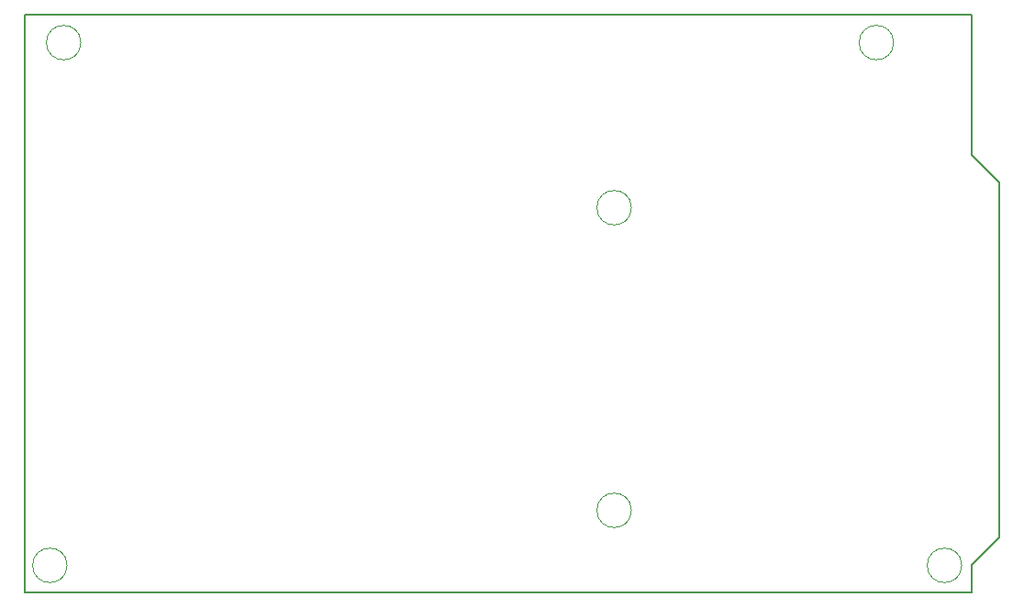
<source format=gbr>
%TF.GenerationSoftware,KiCad,Pcbnew,8.0.1*%
%TF.CreationDate,2024-10-08T14:43:00+09:00*%
%TF.ProjectId,CoolingBoxWireOrganizer,436f6f6c-696e-4674-926f-78576972654f,rev?*%
%TF.SameCoordinates,Original*%
%TF.FileFunction,Profile,NP*%
%FSLAX46Y46*%
G04 Gerber Fmt 4.6, Leading zero omitted, Abs format (unit mm)*
G04 Created by KiCad (PCBNEW 8.0.1) date 2024-10-08 14:43:00*
%MOMM*%
%LPD*%
G01*
G04 APERTURE LIST*
%TA.AperFunction,Profile*%
%ADD10C,0.127000*%
%TD*%
%TA.AperFunction,Profile*%
%ADD11C,0.050000*%
%TD*%
G04 APERTURE END LIST*
D10*
X125000000Y-100000000D02*
X212316000Y-100000000D01*
X125000000Y-153340000D02*
X125000000Y-100000000D01*
D11*
X180943500Y-145720000D02*
G75*
G02*
X177768500Y-145720000I-1587500J0D01*
G01*
X177768500Y-145720000D02*
G75*
G02*
X180943500Y-145720000I1587500J0D01*
G01*
X211423500Y-150800000D02*
G75*
G02*
X208248500Y-150800000I-1587500J0D01*
G01*
X208248500Y-150800000D02*
G75*
G02*
X211423500Y-150800000I1587500J0D01*
G01*
D10*
X125000000Y-153340000D02*
X212316000Y-153340000D01*
X212316000Y-112954000D02*
X214856000Y-115494000D01*
X214856000Y-148260000D02*
X212316000Y-150800000D01*
D11*
X130143500Y-102540000D02*
G75*
G02*
X126968500Y-102540000I-1587500J0D01*
G01*
X126968500Y-102540000D02*
G75*
G02*
X130143500Y-102540000I1587500J0D01*
G01*
X205143500Y-102540000D02*
G75*
G02*
X201968500Y-102540000I-1587500J0D01*
G01*
X201968500Y-102540000D02*
G75*
G02*
X205143500Y-102540000I1587500J0D01*
G01*
X180943500Y-117780000D02*
G75*
G02*
X177768500Y-117780000I-1587500J0D01*
G01*
X177768500Y-117780000D02*
G75*
G02*
X180943500Y-117780000I1587500J0D01*
G01*
X128873500Y-150800000D02*
G75*
G02*
X125698500Y-150800000I-1587500J0D01*
G01*
X125698500Y-150800000D02*
G75*
G02*
X128873500Y-150800000I1587500J0D01*
G01*
D10*
X212316000Y-153340000D02*
X212316000Y-150800000D01*
X212316000Y-112954000D02*
X212316000Y-100000000D01*
X214856000Y-148260000D02*
X214856000Y-115494000D01*
M02*

</source>
